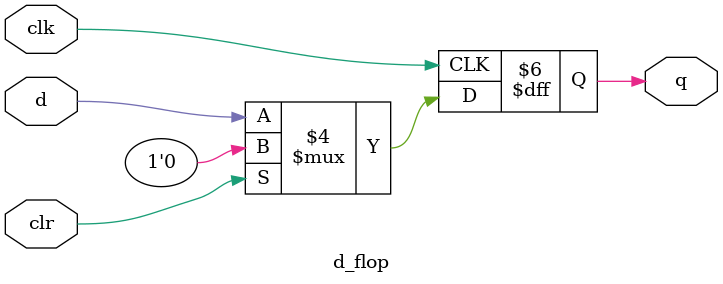
<source format=v>
module d_flop(
    input clk, clr, d,
    output reg q = 0
);

    always @(posedge clk)
        if (clr) begin
            q <= 0;
        end else begin
            q <= d;
        end

endmodule

</source>
